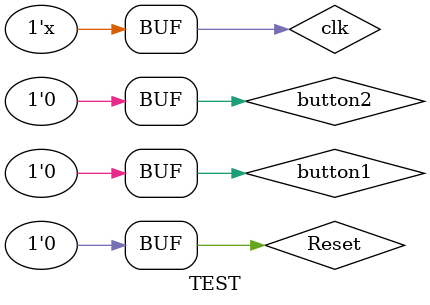
<source format=v>
/*
 * Hardware Sprite Test Fixture
 *
 * by Brendan Doms, Sean McBride, Brian Shih, and Mikell Taylor
 * 		(Olin College - Computer Architecture - Fall 2005)
 * 
 */

`include "fpga_top.v"

module TEST;
	parameter ClockDelay = 20;
	
	reg clk;
	
	initial clk = 0;
	always #(ClockDelay/2) clk = ~clk;

	reg Reset, button1, button2;
	wire R, G, B, HSync, VSync;
	
	initial	// Stimulus
	begin
		Reset = 1;
		button1=0;
		button2=0;
		#(ClockDelay);
		Reset = 0;
	end
	
	FPGA UUT (clk, Reset, button1, button2, R, G, B, HSync, VSync);
	
	initial // Response
		$monitor($time, "	%b %b %b %b &b", R, G, B, HSync, VSync);
	
endmodule

</source>
